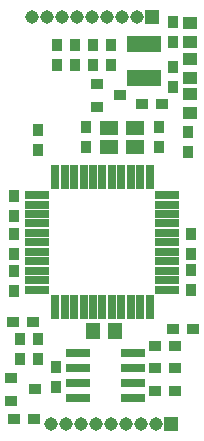
<source format=gbs>
%FSAX24Y24*%
%MOIN*%
G70*
G01*
G75*
G04 Layer_Color=16711935*
%ADD10R,0.0512X0.0315*%
%ADD11R,0.0315X0.0512*%
%ADD12C,0.0197*%
%ADD13C,0.0080*%
%ADD14C,0.0150*%
%ADD15C,0.0250*%
%ADD16C,0.0350*%
%ADD17C,0.0060*%
%ADD18C,0.0300*%
%ADD19C,0.0200*%
%ADD20C,0.0100*%
%ADD21C,0.0430*%
%ADD22R,0.0430X0.0430*%
%ADD23C,0.0270*%
%ADD24R,0.0300X0.0350*%
%ADD25R,0.0394X0.0354*%
%ADD26R,0.0350X0.0300*%
%ADD27R,0.0450X0.0500*%
%ADD28R,0.0354X0.0315*%
%ADD29R,0.1063X0.0512*%
%ADD30R,0.0748X0.0217*%
%ADD31R,0.0217X0.0748*%
%ADD32R,0.0551X0.0453*%
%ADD33C,0.0120*%
%ADD34C,0.0079*%
%ADD35C,0.0070*%
%ADD36R,0.0552X0.0355*%
%ADD37R,0.0355X0.0552*%
%ADD38C,0.0257*%
%ADD39C,0.0450*%
%ADD40R,0.0450X0.0450*%
%ADD41R,0.0360X0.0410*%
%ADD42R,0.0454X0.0414*%
%ADD43R,0.0410X0.0360*%
%ADD44R,0.0510X0.0560*%
%ADD45R,0.0414X0.0375*%
%ADD46R,0.1123X0.0572*%
%ADD47R,0.0788X0.0257*%
%ADD48R,0.0257X0.0788*%
%ADD49R,0.0808X0.0277*%
%ADD50R,0.0611X0.0513*%
D39*
X067039Y050153D02*
D03*
X067539D02*
D03*
X068039D02*
D03*
X068539D02*
D03*
X069039D02*
D03*
X069539D02*
D03*
X070039D02*
D03*
X070539D02*
D03*
X068689Y036603D02*
D03*
X068189D02*
D03*
X067689D02*
D03*
X069189D02*
D03*
X069689D02*
D03*
X070189D02*
D03*
X070689D02*
D03*
X071189D02*
D03*
D40*
X071689Y036603D02*
D03*
X071039Y050153D02*
D03*
D41*
X066650Y038765D02*
D03*
X067250Y038765D02*
D03*
Y039435D02*
D03*
X066650Y039435D02*
D03*
X067850Y037815D02*
D03*
Y038485D02*
D03*
X066450Y041015D02*
D03*
Y041685D02*
D03*
Y042265D02*
D03*
Y042935D02*
D03*
Y043515D02*
D03*
Y044185D02*
D03*
X068850Y045815D02*
D03*
Y046485D02*
D03*
X067250Y046385D02*
D03*
Y045715D02*
D03*
X069700Y048565D02*
D03*
Y049235D02*
D03*
X071750Y048485D02*
D03*
Y047815D02*
D03*
X071300Y046485D02*
D03*
Y045815D02*
D03*
X072250Y045665D02*
D03*
Y046335D02*
D03*
X072350Y042935D02*
D03*
Y042265D02*
D03*
Y041735D02*
D03*
Y041065D02*
D03*
X071750Y049315D02*
D03*
Y049985D02*
D03*
X069100Y049235D02*
D03*
X068500D02*
D03*
X067894D02*
D03*
Y048565D02*
D03*
X068500D02*
D03*
X069100D02*
D03*
D42*
X072320Y046955D02*
D03*
Y047585D02*
D03*
Y048126D02*
D03*
Y048756D02*
D03*
Y049326D02*
D03*
Y049956D02*
D03*
D43*
X066465Y036750D02*
D03*
X067135D02*
D03*
X071165Y037700D02*
D03*
X071835D02*
D03*
Y038450D02*
D03*
X071165D02*
D03*
Y039200D02*
D03*
X071835D02*
D03*
X072435Y039750D02*
D03*
X071765D02*
D03*
X067085Y040000D02*
D03*
X066415D02*
D03*
X070715Y047250D02*
D03*
X071385D02*
D03*
D44*
X069096Y039700D02*
D03*
X069804D02*
D03*
D45*
X066356Y037376D02*
D03*
Y038124D02*
D03*
X067144Y037750D02*
D03*
X069206Y047176D02*
D03*
Y047924D02*
D03*
X069994Y047550D02*
D03*
D46*
X070800Y048129D02*
D03*
Y049271D02*
D03*
D47*
X067235Y041075D02*
D03*
Y041390D02*
D03*
Y041705D02*
D03*
Y042020D02*
D03*
Y042335D02*
D03*
Y042650D02*
D03*
Y042965D02*
D03*
Y043280D02*
D03*
Y043595D02*
D03*
Y043910D02*
D03*
Y044225D02*
D03*
X071565Y041075D02*
D03*
Y041390D02*
D03*
Y041705D02*
D03*
Y042020D02*
D03*
Y042335D02*
D03*
Y042650D02*
D03*
Y042965D02*
D03*
Y043280D02*
D03*
Y043595D02*
D03*
Y043910D02*
D03*
Y044225D02*
D03*
D48*
X067825Y040485D02*
D03*
X068140D02*
D03*
X068455D02*
D03*
X068770D02*
D03*
X069085D02*
D03*
X069400D02*
D03*
X069715D02*
D03*
X070030D02*
D03*
X070345D02*
D03*
X070660D02*
D03*
X070975D02*
D03*
Y044815D02*
D03*
X070660D02*
D03*
X070345D02*
D03*
X070030D02*
D03*
X069715D02*
D03*
X069400D02*
D03*
X069085D02*
D03*
X068770D02*
D03*
X068455D02*
D03*
X068140D02*
D03*
X067825D02*
D03*
D49*
X068575Y037450D02*
D03*
Y037950D02*
D03*
X070425D02*
D03*
Y037450D02*
D03*
Y038450D02*
D03*
Y038950D02*
D03*
X068575D02*
D03*
Y038450D02*
D03*
D50*
X069617Y045835D02*
D03*
Y046465D02*
D03*
X070483D02*
D03*
Y045835D02*
D03*
M02*

</source>
